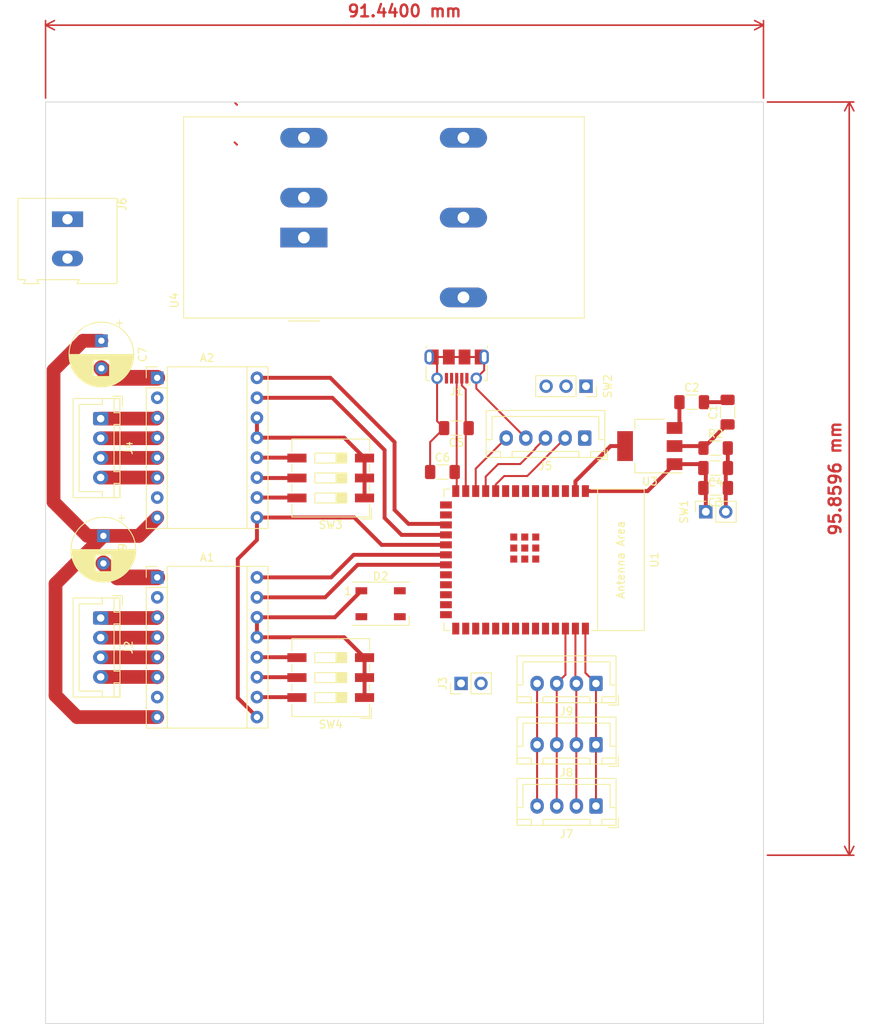
<source format=kicad_pcb>
(kicad_pcb (version 20221018) (generator pcbnew)
  (layers (0 "F.Cu" signal) (31 "B.Cu" signal) (34 "B.Paste" user) (35 "F.Paste" user) (36 "B.SilkS" user "B.Silkscreen") (37 "F.SilkS" user "F.Silkscreen") (38 "B.Mask" user) (39 "F.Mask" user) (44 "Edge.Cuts" user))
  (net 0 "")
  (net 1 "GND")
  (net 3 "Net-(A1-A2)")
  (net 4 "Net-(A1-A1)")
  (net 5 "Net-(A1-B1)")
  (net 6 "Net-(A1-B2)")
  (net 7 "+12V")
  (net 8 "EN")
  (net 9 "Net-(A1-M0)")
  (net 10 "Net-(A1-M1)")
  (net 11 "Net-(A1-M2)")
  (net 12 "5VPower")
  (net 13 "STEP1")
  (net 14 "DIR1")
  (net 16 "Net-(A2-A2)")
  (net 17 "Net-(A2-A1)")
  (net 18 "Net-(A2-B1)")
  (net 19 "Net-(A2-B2)")
  (net 20 "Net-(A2-M0)")
  (net 21 "Net-(A2-M1)")
  (net 22 "Net-(A2-M2)")
  (net 23 "STEP2")
  (net 24 "DIR2")
  (net 25 "+3V3")
  (net 26 "Net-(SW2-B)")
  (net 27 "Net-(SW1-B)")
  (net 28 "esp D-")
  (net 29 "esp D+")
  (net 30 "VBUS")
  (net 31 "-BATT")
  (net 33 "unconnected-(U4-ON{slash}~{OFF}-Pad6)")
  (net 35 "LIDARRX")
  (net 36 "LIDARTX")
  (net 41 "PWMLIDAR")
  (net 46 "/Boot")
  (net 57 "SCL")
  (net 58 "SDA")
  (net 63 "Neopixel")
  (footprint "Connector_JST:JST_XH_B4B-XH-A_1x04_P2.50mm_Vertical" (layer "F.Cu") (at 183.133351 68.3098 -90)
    (fp_text reference "J4" (at 3.75 -3.55 90) (layer "F.SilkS"))
    (fp_text value "Conn_01x04")
    (pad "1" thru_hole roundrect (at 0 0 270) (size 1.7 1.95) (drill 0.95) (layers "*.Cu" "*.Mask") (roundrect_rratio 0.147059) (net 16 "Net-(A2-A2)"))
    (pad "2" thru_hole oval (at 2.5 0 270) (size 1.7 1.95) (drill 0.95) (layers "*.Cu" "*.Mask") (net 17 "Net-(A2-A1)"))
    (pad "3" thru_hole oval (at 5 0 270) (size 1.7 1.95) (drill 0.95) (layers "*.Cu" "*.Mask") (net 18 "Net-(A2-B1)"))
    (pad "4" thru_hole oval (at 7.5 0 270) (size 1.7 1.95) (drill 0.95) (layers "*.Cu" "*.Mask") (net 19 "Net-(A2-B2)"))
  )
  (footprint "LED_SMD:LED_WS2812B_PLCC4_5.0x5.0mm_P3.2mm" (layer "F.Cu") (at 218.7833 91.8718)
    (fp_text reference "D2" (at 0 -3.5) (layer "F.SilkS"))
    (fp_text value "WS2812B")
    (fp_text user "1" (at -4.15 -1.6) (layer "F.SilkS"))
    (pad "1" smd rect (at -2.45 -1.65) (size 1.5 0.9) (layers "F.Cu" "F.Paste" "F.Mask") (net 12 "5VPower"))
    (pad "2" smd rect (at -2.45 1.65) (size 1.5 0.9) (layers "F.Cu" "F.Paste" "F.Mask"))
    (pad "3" smd rect (at 2.45 1.65) (size 1.5 0.9) (layers "F.Cu" "F.Paste" "F.Mask") (net 1 "GND"))
    (pad "4" smd rect (at 2.45 -1.65) (size 1.5 0.9) (layers "F.Cu" "F.Paste" "F.Mask") (net 63 "Neopixel"))
  )
  (footprint "Connector_PinSocket_2.54mm:PinSocket_1x03_P2.54mm_Vertical" (layer "F.Cu") (at 244.9453 64.1858 -90)
    (fp_text reference "SW2" (at 0 -2.77 90) (layer "F.SilkS"))
    (fp_text value "SW_SPDT")
    (pad "1" thru_hole rect (at 0 0 270) (size 1.7 1.7) (drill 1) (layers "*.Cu" "*.Mask") (net 12 "5VPower"))
    (pad "2" thru_hole oval (at 0 2.54 270) (size 1.7 1.7) (drill 1) (layers "*.Cu" "*.Mask") (net 26 "Net-(SW2-B)"))
    (pad "3" thru_hole oval (at 0 5.08 270) (size 1.7 1.7) (drill 1) (layers "*.Cu" "*.Mask") (net 30 "VBUS"))
  )
  (footprint "Capacitor_SMD:C_1206_3216Metric_Pad1.33x1.80mm_HandSolder" (layer "F.Cu") (at 226.6573 75.1078)
    (fp_text reference "C6" (at 0 -1.85) (layer "F.SilkS"))
    (fp_text value "C")
    (pad "1" smd roundrect (at -1.5625 0) (size 1.325 1.8) (layers "F.Cu" "F.Paste" "F.Mask") (roundrect_rratio 0.188679) (net 1 "GND"))
    (pad "2" smd roundrect (at 1.5625 0) (size 1.325 1.8) (layers "F.Cu" "F.Paste" "F.Mask") (roundrect_rratio 0.188679) (net 29 "esp D+"))
  )
  (footprint "Button_Switch_SMD:SW_DIP_SPSTx03_Slide_9.78x9.8mm_W8.61mm_P2.54mm" (layer "F.Cu") (at 212.4333 75.8698 180)
    (fp_text reference "SW3" (at 0 -5.96) (layer "F.SilkS"))
    (fp_text value "SW_DIP_x03")
    (pad "1" smd rect (at -4.305 -2.54 180) (size 2.44 1.12) (layers "F.Cu" "F.Paste" "F.Mask") (net 12 "5VPower"))
    (pad "2" smd rect (at -4.305 0 180) (size 2.44 1.12) (layers "F.Cu" "F.Paste" "F.Mask") (net 12 "5VPower"))
    (pad "3" smd rect (at -4.305 2.54 180) (size 2.44 1.12) (layers "F.Cu" "F.Paste" "F.Mask") (net 12 "5VPower"))
    (pad "4" smd rect (at 4.305 2.54 180) (size 2.44 1.12) (layers "F.Cu" "F.Paste" "F.Mask") (net 22 "Net-(A2-M2)"))
    (pad "5" smd rect (at 4.305 0 180) (size 2.44 1.12) (layers "F.Cu" "F.Paste" "F.Mask") (net 21 "Net-(A2-M1)"))
    (pad "6" smd rect (at 4.305 -2.54 180) (size 2.44 1.12) (layers "F.Cu" "F.Paste" "F.Mask") (net 20 "Net-(A2-M0)"))
  )
  (footprint "Module:Pololu_Breakout-16_15.2x20.3mm" (layer "F.Cu") (at 190.3353 63.119)
    (fp_text reference "A2" (at 6.35 -2.54) (layer "F.SilkS"))
    (fp_text value "Pololu_Breakout_DRV8825")
    (pad "1" thru_hole rect (at 0 0) (size 1.6 1.6) (drill 0.8) (layers "*.Cu" "*.Mask") (net 1 "GND"))
    (pad "2" thru_hole oval (at 0 2.54) (size 1.6 1.6) (drill 0.8) (layers "*.Cu" "*.Mask"))
    (pad "3" thru_hole oval (at 0 5.08) (size 1.6 1.6) (drill 0.8) (layers "*.Cu" "*.Mask") (net 16 "Net-(A2-A2)"))
    (pad "4" thru_hole oval (at 0 7.62) (size 1.6 1.6) (drill 0.8) (layers "*.Cu" "*.Mask") (net 17 "Net-(A2-A1)"))
    (pad "5" thru_hole oval (at 0 10.16) (size 1.6 1.6) (drill 0.8) (layers "*.Cu" "*.Mask") (net 18 "Net-(A2-B1)"))
    (pad "6" thru_hole oval (at 0 12.7) (size 1.6 1.6) (drill 0.8) (layers "*.Cu" "*.Mask") (net 19 "Net-(A2-B2)"))
    (pad "7" thru_hole oval (at 0 15.24) (size 1.6 1.6) (drill 0.8) (layers "*.Cu" "*.Mask") (net 1 "GND"))
    (pad "8" thru_hole oval (at 0 17.78) (size 1.6 1.6) (drill 0.8) (layers "*.Cu" "*.Mask") (net 7 "+12V"))
    (pad "9" thru_hole oval (at 12.7 17.78) (size 1.6 1.6) (drill 0.8) (layers "*.Cu" "*.Mask") (net 8 "EN"))
    (pad "10" thru_hole oval (at 12.7 15.24) (size 1.6 1.6) (drill 0.8) (layers "*.Cu" "*.Mask") (net 20 "Net-(A2-M0)"))
    (pad "11" thru_hole oval (at 12.7 12.7) (size 1.6 1.6) (drill 0.8) (layers "*.Cu" "*.Mask") (net 21 "Net-(A2-M1)"))
    (pad "12" thru_hole oval (at 12.7 10.16) (size 1.6 1.6) (drill 0.8) (layers "*.Cu" "*.Mask") (net 22 "Net-(A2-M2)"))
    (pad "13" thru_hole oval (at 12.7 7.62) (size 1.6 1.6) (drill 0.8) (layers "*.Cu" "*.Mask") (net 12 "5VPower"))
    (pad "14" thru_hole oval (at 12.7 5.08) (size 1.6 1.6) (drill 0.8) (layers "*.Cu" "*.Mask") (net 12 "5VPower"))
    (pad "15" thru_hole oval (at 12.7 2.54) (size 1.6 1.6) (drill 0.8) (layers "*.Cu" "*.Mask") (net 23 "STEP2"))
    (pad "16" thru_hole oval (at 12.7 0) (size 1.6 1.6) (drill 0.8) (layers "*.Cu" "*.Mask") (net 24 "DIR2"))
  )
  (footprint "Resistor_SMD:R_1206_3216Metric_Pad1.30x1.75mm_HandSolder" (layer "F.Cu") (at 261.4553 72.0598)
    (fp_text reference "R2" (at 0 -1.82) (layer "F.SilkS"))
    (fp_text value "R")
    (pad "1" smd roundrect (at -1.55 0) (size 1.3 1.75) (layers "F.Cu" "F.Paste" "F.Mask") (roundrect_rratio 0.192308) (net 25 "+3V3"))
    (pad "2" smd roundrect (at 1.55 0) (size 1.3 1.75) (layers "F.Cu" "F.Paste" "F.Mask") (roundrect_rratio 0.192308) (net 27 "Net-(SW1-B)"))
  )
  (footprint "TerminalBlock:TerminalBlock_Altech_AK300-2_P5.00mm" (layer "F.Cu") (at 178.9053 42.9298 -90)
    (fp_text reference "J6" (at -1.92 -6.99 90) (layer "F.SilkS"))
    (fp_text value "Conn_01x02")
    (pad "1" thru_hole rect (at 0 0 270) (size 1.98 3.96) (drill 1.32) (layers "*.Cu" "*.Mask") (net 31 "-BATT"))
    (pad "2" thru_hole oval (at 5 0 270) (size 1.98 3.96) (drill 1.32) (layers "*.Cu" "*.Mask") (net 7 "+12V"))
  )
  (footprint "Connector_JST:JST_XH_B4B-XH-A_1x04_P2.50mm_Vertical" (layer "F.Cu") (at 246.2153 109.8158 180)
    (fp_text reference "J8" (at 3.75 -3.55) (layer "F.SilkS"))
    (fp_text value "Conn_01x04")
    (pad "1" thru_hole roundrect (at 0 0 180) (size 1.7 1.95) (drill 0.95) (layers "*.Cu" "*.Mask") (roundrect_rratio 0.147059) (net 1 "GND"))
    (pad "2" thru_hole oval (at 2.5 0 180) (size 1.7 1.95) (drill 0.95) (layers "*.Cu" "*.Mask") (net 57 "SCL"))
    (pad "3" thru_hole oval (at 5 0 180) (size 1.7 1.95) (drill 0.95) (layers "*.Cu" "*.Mask") (net 58 "SDA"))
    (pad "4" thru_hole oval (at 7.5 0 180) (size 1.7 1.95) (drill 0.95) (layers "*.Cu" "*.Mask") (net 12 "5VPower"))
  )
  (footprint "Connector_JST:JST_XH_B5B-XH-A_1x05_P2.50mm_Vertical" (layer "F.Cu") (at 244.7853 70.7898 180)
    (fp_text reference "J5" (at 5 -3.55) (layer "F.SilkS"))
    (fp_text value "Conn_01x05")
    (pad "1" thru_hole roundrect (at 0 0 180) (size 1.7 1.95) (drill 0.95) (layers "*.Cu" "*.Mask") (roundrect_rratio 0.147059) (net 12 "5VPower"))
    (pad "2" thru_hole oval (at 2.5 0 180) (size 1.7 1.95) (drill 0.95) (layers "*.Cu" "*.Mask") (net 35 "LIDARRX"))
    (pad "3" thru_hole oval (at 5 0 180) (size 1.7 1.95) (drill 0.95) (layers "*.Cu" "*.Mask") (net 36 "LIDARTX"))
    (pad "4" thru_hole oval (at 7.5 0 180) (size 1.7 1.95) (drill 0.95) (layers "*.Cu" "*.Mask") (net 1 "GND"))
    (pad "5" thru_hole oval (at 10 0 180) (size 1.7 1.95) (drill 0.95) (layers "*.Cu" "*.Mask") (net 41 "PWMLIDAR"))
  )
  (footprint "Connector_USB:USB_Micro-B_Molex-105017-0001" (layer "F.Cu") (at 228.4753 61.7073 180)
    (fp_text reference "J1" (at 0 -3.1125) (layer "F.SilkS"))
    (fp_text value "USB_B_Micro")
    (pad "1" smd rect (at -1.3 -1.4625 180) (size 0.4 1.35) (layers "F.Cu" "F.Paste" "F.Mask") (net 30 "VBUS"))
    (pad "2" smd rect (at -0.65 -1.4625 180) (size 0.4 1.35) (layers "F.Cu" "F.Paste" "F.Mask") (net 28 "esp D-"))
    (pad "3" smd rect (at 0 -1.4625 180) (size 0.4 1.35) (layers "F.Cu" "F.Paste" "F.Mask") (net 29 "esp D+"))
    (pad "4" smd rect (at 0.65 -1.4625 180) (size 0.4 1.35) (layers "F.Cu" "F.Paste" "F.Mask"))
    (pad "5" smd rect (at 1.3 -1.4625 180) (size 0.4 1.35) (layers "F.Cu" "F.Paste" "F.Mask") (net 1 "GND"))
    (pad "6" thru_hole oval (at -3.5 1.2375) (size 1.2 1.9) (drill oval 0.6 1.3) (layers "*.Cu" "*.Mask") (net 1 "GND"))
    (pad "6" smd rect (at -2.9 1.2375 180) (size 1.2 1.9) (layers "F.Cu" "F.Mask") (net 1 "GND"))
    (pad "6" thru_hole circle (at -2.5 -1.4625 180) (size 1.45 1.45) (drill 0.85) (layers "*.Cu" "*.Mask") (net 1 "GND"))
    (pad "6" smd rect (at -1 1.2375 180) (size 1.5 1.9) (layers "F.Cu" "F.Paste" "F.Mask") (net 1 "GND"))
    (pad "6" smd rect (at 1 1.2375 180) (size 1.5 1.9) (layers "F.Cu" "F.Paste" "F.Mask") (net 1 "GND"))
    (pad "6" thru_hole circle (at 2.5 -1.4625 180) (size 1.45 1.45) (drill 0.85) (layers "*.Cu" "*.Mask") (net 1 "GND"))
    (pad "6" smd rect (at 2.9 1.2375 180) (size 1.2 1.9) (layers "F.Cu" "F.Mask") (net 1 "GND"))
    (pad "6" thru_hole oval (at 3.5 1.2375 180) (size 1.2 1.9) (drill oval 0.6 1.3) (layers "*.Cu" "*.Mask") (net 1 "GND"))
  )
  (footprint "Connector_JST:JST_XH_B4B-XH-A_1x04_P2.50mm_Vertical" (layer "F.Cu") (at 246.2153 102.0158 180)
    (fp_text reference "J9" (at 3.75 -3.55) (layer "F.SilkS"))
    (fp_text value "Conn_01x04")
    (pad "1" thru_hole roundrect (at 0 0 180) (size 1.7 1.95) (drill 0.95) (layers "*.Cu" "*.Mask") (roundrect_rratio 0.147059) (net 1 "GND"))
    (pad "2" thru_hole oval (at 2.5 0 180) (size 1.7 1.95) (drill 0.95) (layers "*.Cu" "*.Mask") (net 57 "SCL"))
    (pad "3" thru_hole oval (at 5 0 180) (size 1.7 1.95) (drill 0.95) (layers "*.Cu" "*.Mask") (net 58 "SDA"))
    (pad "4" thru_hole oval (at 7.5 0 180) (size 1.7 1.95) (drill 0.95) (layers "*.Cu" "*.Mask") (net 12 "5VPower"))
  )
  (footprint "Capacitor_SMD:C_1206_3216Metric_Pad1.33x1.80mm_HandSolder" (layer "F.Cu") (at 228.4353 69.5198 180)
    (fp_text reference "C5" (at 0 -1.85) (layer "F.SilkS"))
    (fp_text value "C")
    (pad "1" smd roundrect (at -1.5625 0 180) (size 1.325 1.8) (layers "F.Cu" "F.Paste" "F.Mask") (roundrect_rratio 0.188679) (net 28 "esp D-"))
    (pad "2" smd roundrect (at 1.5625 0 180) (size 1.325 1.8) (layers "F.Cu" "F.Paste" "F.Mask") (roundrect_rratio 0.188679) (net 1 "GND"))
  )
  (footprint "Capacitor_SMD:C_1206_3216Metric_Pad1.33x1.80mm_HandSolder" (layer "F.Cu") (at 262.9793 67.4878 90)
    (fp_text reference "C1" (at 0 -1.85 90) (layer "F.SilkS"))
    (fp_text value "C")
    (pad "1" smd roundrect (at -1.5625 0 90) (size 1.325 1.8) (layers "F.Cu" "F.Paste" "F.Mask") (roundrect_rratio 0.188679) (net 25 "+3V3"))
    (pad "2" smd roundrect (at 1.5625 0 90) (size 1.325 1.8) (layers "F.Cu" "F.Paste" "F.Mask") (roundrect_rratio 0.188679) (net 1 "GND"))
  )
  (footprint "Connector_PinHeader_2.54mm:PinHeader_1x02_P2.54mm_Vertical" (layer "F.Cu") (at 229.0318 102.0064 90)
    (fp_text reference "J3" (at 0 -2.33 90) (layer "F.SilkS"))
    (fp_text value "Conn_01x02")
    (pad "1" thru_hole rect (at 0 0 90) (size 1.7 1.7) (drill 1) (layers "*.Cu" "*.Mask") (net 1 "GND"))
    (pad "2" thru_hole oval (at 0 2.54 90) (size 1.7 1.7) (drill 1) (layers "*.Cu" "*.Mask") (net 46 "/Boot"))
  )
  (footprint "Capacitor_SMD:C_1206_3216Metric_Pad1.33x1.80mm_HandSolder" (layer "F.Cu") (at 261.4553 74.5998 180)
    (fp_text reference "C4" (at 0 -1.85) (layer "F.SilkS"))
    (fp_text value "C")
    (pad "1" smd roundrect (at -1.5625 0 180) (size 1.325 1.8) (layers "F.Cu" "F.Paste" "F.Mask") (roundrect_rratio 0.188679) (net 27 "Net-(SW1-B)"))
    (pad "2" smd roundrect (at 1.5625 0 180) (size 1.325 1.8) (layers "F.Cu" "F.Paste" "F.Mask") (roundrect_rratio 0.188679) (net 1 "GND"))
  )
  (footprint "Package_TO_SOT_SMD:SOT-223-3_TabPin2" (layer "F.Cu") (at 253.0733 71.8058 180)
    (fp_text reference "U3" (at 0 -4.5) (layer "F.SilkS"))
    (fp_text value "LM1117MP-3.3")
    (pad "1" smd rect (at -3.15 -2.3 180) (size 2 1.5) (layers "F.Cu" "F.Paste" "F.Mask") (net 1 "GND"))
    (pad "2" smd rect (at -3.15 0 180) (size 2 1.5) (layers "F.Cu" "F.Paste" "F.Mask") (net 25 "+3V3"))
    (pad "2" smd rect (at 3.15 0 180) (size 2 3.8) (layers "F.Cu" "F.Paste" "F.Mask") (net 25 "+3V3"))
    (pad "3" smd rect (at -3.15 2.3 180) (size 2 1.5) (layers "F.Cu" "F.Paste" "F.Mask") (net 26 "Net-(SW2-B)"))
  )
  (footprint "Connector_JST:JST_XH_B4B-XH-A_1x04_P2.50mm_Vertical" (layer "F.Cu") (at 246.2153 117.6158 180)
    (fp_text reference "J7" (at 3.75 -3.55) (layer "F.SilkS"))
    (fp_text value "Conn_01x04")
    (pad "1" thru_hole roundrect (at 0 0 180) (size 1.7 1.95) (drill 0.95) (layers "*.Cu" "*.Mask") (roundrect_rratio 0.147059) (net 1 "GND"))
    (pad "2" thru_hole oval (at 2.5 0 180) (size 1.7 1.95) (drill 0.95) (layers "*.Cu" "*.Mask") (net 57 "SCL"))
    (pad "3" thru_hole oval (at 5 0 180) (size 1.7 1.95) (drill 0.95) (layers "*.Cu" "*.Mask") (net 58 "SDA"))
    (pad "4" thru_hole oval (at 7.5 0 180) (size 1.7 1.95) (drill 0.95) (layers "*.Cu" "*.Mask") (net 12 "5VPower"))
  )
  (footprint "Converter_DCDC:Converter_DCDC_TRACO_TEN20-xxxx_THT" (layer "F.Cu") (at 209.0151 45.2673 90)
    (fp_text reference "U4" (at -8 -16.5 90) (layer "F.SilkS"))
    (fp_text value "TEN20-2411WIN")
    (pad "1" thru_hole rect (at 0 0 180) (size 6 2.5) (drill 1.5) (layers "*.Cu" "*.Mask") (net 7 "+12V"))
    (pad "2" thru_hole oval (at 5.08 0 180) (size 6 2.5) (drill 1.5) (layers "*.Cu" "*.Mask") (net 31 "-BATT"))
    (pad "3" thru_hole oval (at -7.62 20.32 180) (size 6 2.5) (drill 1.5) (layers "*.Cu" "*.Mask") (net 12 "5VPower"))
    (pad "4" thru_hole oval (at 2.54 20.32 180) (size 6 2.5) (drill 1.5) (layers "*.Cu" "*.Mask"))
    (pad "5" thru_hole oval (at 12.7 20.32 180) (size 6 2.5) (drill 1.5) (layers "*.Cu" "*.Mask") (net 1 "GND"))
    (pad "6" thru_hole oval (at 12.7 0 180) (size 6 2.5) (drill 1.5) (layers "*.Cu" "*.Mask") (net 33 "unconnected-(U4-ON{slash}~{OFF}-Pad6)"))
  )
  (footprint "Capacitor_SMD:C_1206_3216Metric_Pad1.33x1.80mm_HandSolder" (layer "F.Cu") (at 258.4073 66.2178)
    (fp_text reference "C2" (at 0 -1.85) (layer "F.SilkS"))
    (fp_text value "C")
    (pad "1" smd roundrect (at -1.5625 0) (size 1.325 1.8) (layers "F.Cu" "F.Paste" "F.Mask") (roundrect_rratio 0.188679) (net 26 "Net-(SW2-B)"))
    (pad "2" smd roundrect (at 1.5625 0) (size 1.325 1.8) (layers "F.Cu" "F.Paste" "F.Mask") (roundrect_rratio 0.188679) (net 1 "GND"))
  )
  (footprint "Capacitor_SMD:C_1206_3216Metric_Pad1.33x1.80mm_HandSolder" (layer "F.Cu") (at 261.4553 77.1398 180)
    (fp_text reference "C3" (at 0 -1.85) (layer "F.SilkS"))
    (fp_text value "C")
    (pad "1" smd roundrect (at -1.5625 0 180) (size 1.325 1.8) (layers "F.Cu" "F.Paste" "F.Mask") (roundrect_rratio 0.188679) (net 27 "Net-(SW1-B)"))
    (pad "2" smd roundrect (at 1.5625 0 180) (size 1.325 1.8) (layers "F.Cu" "F.Paste" "F.Mask") (roundrect_rratio 0.188679) (net 1 "GND"))
  )
  (footprint "Capacitor_THT:CP_Radial_D8.0mm_P3.50mm" (layer "F.Cu") (at 183.4773 83.2358 -90)
    (fp_text reference "C9" (at 1.88 -2.45 90) (layer "F.SilkS"))
    (fp_text value "C_Polarized")
    (pad "1" thru_hole rect (at 0 0 270) (size 1.6 1.6) (drill 0.8) (layers "*.Cu" "*.Mask") (net 7 "+12V"))
    (pad "2" thru_hole circle (at 3.5 0 270) (size 1.6 1.6) (drill 0.8) (layers "*.Cu" "*.Mask") (net 1 "GND"))
  )
  (footprint "Module:Pololu_Breakout-16_15.2x20.3mm" (layer "F.Cu") (at 190.3353 88.519)
    (fp_text reference "A1" (at 6.35 -2.54) (layer "F.SilkS"))
    (fp_text value "Pololu_Breakout_DRV8825")
    (pad "1" thru_hole rect (at 0 0) (size 1.6 1.6) (drill 0.8) (layers "*.Cu" "*.Mask") (net 1 "GND"))
    (pad "2" thru_hole oval (at 0 2.54) (size 1.6 1.6) (drill 0.8) (layers "*.Cu" "*.Mask"))
    (pad "3" thru_hole oval (at 0 5.08) (size 1.6 1.6) (drill 0.8) (layers "*.Cu" "*.Mask") (net 3 "Net-(A1-A2)"))
    (pad "4" thru_hole oval (at 0 7.62) (size 1.6 1.6) (drill 0.8) (layers "*.Cu" "*.Mask") (net 4 "Net-(A1-A1)"))
    (pad "5" thru_hole oval (at 0 10.16) (size 1.6 1.6) (drill 0.8) (layers "*.Cu" "*.Mask") (net 5 "Net-(A1-B1)"))
    (pad "6" thru_hole oval (at 0 12.7) (size 1.6 1.6) (drill 0.8) (layers "*.Cu" "*.Mask") (net 6 "Net-(A1-B2)"))
    (pad "7" thru_hole oval (at 0 15.24) (size 1.6 1.6) (drill 0.8) (layers "*.Cu" "*.Mask") (net 1 "GND"))
    (pad "8" thru_hole oval (at 0 17.78) (size 1.6 1.6) (drill 0.8) (layers "*.Cu" "*.Mask") (net 7 "+12V"))
    (pad "9" thru_hole oval (at 12.7 17.78) (size 1.6 1.6) (drill 0.8) (layers "*.Cu" "*.Mask") (net 8 "EN"))
    (pad "10" thru_hole oval (at 12.7 15.24) (size 1.6 1.6) (drill 0.8) (layers "*.Cu" "*.Mask") (net 9 "Net-(A1-M0)"))
    (pad "11" thru_hole oval (at 12.7 12.7) (size 1.6 1.6) (drill 0.8) (layers "*.Cu" "*.Mask") (net 10 "Net-(A1-M1)"))
    (pad "12" thru_hole oval (at 12.7 10.16) (size 1.6 1.6) (drill 0.8) (layers "*.Cu" "*.Mask") (net 11 "Net-(A1-M2)"))
    (pad "13" thru_hole oval (at 12.7 7.62) (size 1.6 1.6) (drill 0.8) (layers "*.Cu" "*.Mask") (net 12 "5VPower"))
    (pad "14" thru_hole oval (at 12.7 5.08) (size 1.6 1.6) (drill 0.8) (layers "*.Cu" "*.Mask") (net 12 "5VPower"))
    (pad "15" thru_hole oval (at 12.7 2.54) (size 1.6 1.6) (drill 0.8) (layers "*.Cu" "*.Mask") (net 13 "STEP1"))
    (pad "16" thru_hole oval (at 12.7 0) (size 1.6 1.6) (drill 0.8) (layers "*.Cu" "*.Mask") (net 14 "DIR1"))
  )
  (footprint "Capacitor_THT:CP_Radial_D8.0mm_P3.50mm" (layer "F.Cu") (at 183.2233 58.3998 -90)
    (fp_text reference "C7" (at 1.75 -5.25 90) (layer "F.SilkS"))
    (fp_text value "C_Polarized")
    (pad "1" thru_hole rect (at 0 0 270) (size 1.6 1.6) (drill 0.8) (layers "*.Cu" "*.Mask") (net 7 "+12V"))
    (pad "2" thru_hole circle (at 3.5 0 270) (size 1.6 1.6) (drill 0.8) (layers "*.Cu" "*.Mask") (net 1 "GND"))
  )
  (footprint "Connector_JST:JST_XH_B4B-XH-A_1x04_P2.50mm_Vertical" (layer "F.Cu") (at 183.133351 93.6898 -90)
    (fp_text reference "J2" (at 3.75 -3.55 90) (layer "F.SilkS"))
    (fp_text value "Conn_01x04")
    (pad "1" thru_hole roundrect (at 0 0 270) (size 1.7 1.95) (drill 0.95) (layers "*.Cu" "*.Mask") (roundrect_rratio 0.147059) (net 3 "Net-(A1-A2)"))
    (pad "2" thru_hole oval (at 2.5 0 270) (size 1.7 1.95) (drill 0.95) (layers "*.Cu" "*.Mask") (net 4 "Net-(A1-A1)"))
    (pad "3" thru_hole oval (at 5 0 270) (size 1.7 1.95) (drill 0.95) (layers "*.Cu" "*.Mask") (net 5 "Net-(A1-B1)"))
    (pad "4" thru_hole oval (at 7.5 0 270) (size 1.7 1.95) (drill 0.95) (layers "*.Cu" "*.Mask") (net 6 "Net-(A1-B2)"))
  )
  (footprint "ESP32:ESP32-S3-WROOM-1" (layer "F.Cu") (at 236.6073 86.2838 -90)
    (fp_text reference "U1" (at 0 -17.05 90) (layer "F.SilkS"))
    (fp_text value "ESP32-S3-WROOM-1")
    (fp_text user "Antenna Area" (at 0 -12.75 90) (layer "F.SilkS"))
    (pad "1" smd rect (at -8.75 -8.26 270) (size 1.5 0.9) (layers "F.Cu" "F.Paste" "F.Mask") (net 1 "GND"))
    (pad "2" smd rect (at -8.75 -6.99 270) (size 1.5 0.9) (layers "F.Cu" "F.Paste" "F.Mask") (net 25 "+3V3"))
    (pad "3" smd rect (at -8.75 -5.72 270) (size 1.5 0.9) (layers "F.Cu" "F.Paste" "F.Mask") (net 27 "Net-(SW1-B)"))
    (pad "4" smd rect (at -8.75 -4.45 270) (size 1.5 0.9) (layers "F.Cu" "F.Paste" "F.Mask"))
    (pad "5" smd rect (at -8.75 -3.18 270) (size 1.5 0.9) (layers "F.Cu" "F.Paste" "F.Mask"))
    (pad "6" smd rect (at -8.75 -1.91 270) (size 1.5 0.9) (layers "F.Cu" "F.Paste" "F.Mask"))
    (pad "7" smd rect (at -8.75 -0.64 270) (size 1.5 0.9) (layers "F.Cu" "F.Paste" "F.Mask"))
    (pad "8" smd rect (at -8.75 0.63 270) (size 1.5 0.9) (layers "F.Cu" "F.Paste" "F.Mask"))
    (pad "9" smd rect (at -8.75 1.9 270) (size 1.5 0.9) (layers "F.Cu" "F.Paste" "F.Mask"))
    (pad "10" smd rect (at -8.75 3.17 270) (size 1.5 0.9) (layers "F.Cu" "F.Paste" "F.Mask") (net 35 "LIDARRX"))
    (pad "11" smd rect (at -8.75 4.44 270) (size 1.5 0.9) (layers "F.Cu" "F.Paste" "F.Mask") (net 36 "LIDARTX"))
    (pad "12" smd rect (at -8.75 5.71 270) (size 1.5 0.9) (layers "F.Cu" "F.Paste" "F.Mask") (net 41 "PWMLIDAR"))
    (pad "13" smd rect (at -8.75 6.98 270) (size 1.5 0.9) (layers "F.Cu" "F.Paste" "F.Mask") (net 28 "esp D-"))
    (pad "14" smd rect (at -8.75 8.25 270) (size 1.5 0.9) (layers "F.Cu" "F.Paste" "F.Mask") (net 29 "esp D+"))
    (pad "15" smd rect (at -6.985 9.5) (size 1.5 0.9) (layers "F.Cu" "F.Paste" "F.Mask"))
    (pad "16" smd rect (at -5.715 9.5) (size 1.5 0.9) (layers "F.Cu" "F.Paste" "F.Mask"))
    (pad "17" smd rect (at -4.445 9.5) (size 1.5 0.9) (layers "F.Cu" "F.Paste" "F.Mask") (net 24 "DIR2"))
    (pad "18" smd rect (at -3.175 9.5) (size 1.5 0.9) (layers "F.Cu" "F.Paste" "F.Mask") (net 23 "STEP2"))
    (pad "19" smd rect (at -1.905 9.5) (size 1.5 0.9) (layers "F.Cu" "F.Paste" "F.Mask") (net 8 "EN"))
    (pad "20" smd rect (at -0.635 9.5) (size 1.5 0.9) (layers "F.Cu" "F.Paste" "F.Mask") (net 14 "DIR1"))
    (pad "21" smd rect (at 0.635 9.5) (size 1.5 0.9) (layers "F.Cu" "F.Paste" "F.Mask") (net 13 "STEP1"))
    (pad "22" smd rect (at 1.905 9.5) (size 1.5 0.9) (layers "F.Cu" "F.Paste" "F.Mask") (net 63 "Neopixel"))
    (pad "23" smd rect (at 3.175 9.5) (size 1.5 0.9) (layers "F.Cu" "F.Paste" "F.Mask"))
    (pad "24" smd rect (at 4.445 9.5) (size 1.5 0.9) (layers "F.Cu" "F.Paste" "F.Mask"))
    (pad "25" smd rect (at 5.715 9.5) (size 1.5 0.9) (layers "F.Cu" "F.Paste" "F.Mask"))
    (pad "26" smd rect (at 6.985 9.5) (size 1.5 0.9) (layers "F.Cu" "F.Paste" "F.Mask"))
    (pad "27" smd rect (at 8.75 8.25 90) (size 1.5 0.9) (layers "F.Cu" "F.Paste" "F.Mask") (net 46 "/Boot"))
    (pad "28" smd rect (at 8.75 6.98 90) (size 1.5 0.9) (layers "F.Cu" "F.Paste" "F.Mask"))
    (pad "29" smd rect (at 8.75 5.71 90) (size 1.5 0.9) (layers "F.Cu" "F.Paste" "F.Mask"))
    (pad "30" smd rect (at 8.75 4.44 90) (size 1.5 0.9) (layers "F.Cu" "F.Paste" "F.Mask"))
    (pad "31" smd rect (at 8.75 3.17 90) (size 1.5 0.9) (layers "F.Cu" "F.Paste" "F.Mask"))
    (pad "32" smd rect (at 8.75 1.9 90) (size 1.5 0.9) (layers "F.Cu" "F.Paste" "F.Mask"))
    (pad "33" smd rect (at 8.75 0.63 90) (size 1.5 0.9) (layers "F.Cu" "F.Paste" "F.Mask"))
    (pad "34" smd rect (at 8.75 -0.64 90) (size 1.5 0.9) (layers "F.Cu" "F.Paste" "F.Mask"))
    (pad "35" smd rect (at 8.75 -1.91 90) (size 1.5 0.9) (layers "F.Cu" "F.Paste" "F.Mask"))
    (pad "36" smd rect (at 8.75 -3.18 90) (size 1.5 0.9) (layers "F.Cu" "F.Paste" "F.Mask"))
    (pad "37" smd rect (at 8.75 -4.45 90) (size 1.5 0.9) (layers "F.Cu" "F.Paste" "F.Mask"))
    (pad "38" smd rect (at 8.75 -5.72 90) (size 1.5 0.9) (layers "F.Cu" "F.Paste" "F.Mask") (net 58 "SDA"))
    (pad "39" smd rect (at 8.75 -6.99 90) (size 1.5 0.9) (layers "F.Cu" "F.Paste" "F.Mask") (net 57 "SCL"))
    (pad "40" smd rect (at 8.75 -8.26 90) (size 1.5 0.9) (layers "F.Cu" "F.Paste" "F.Mask") (net 1 "GND"))
    (pad "41" smd rect (at -2.9 -1.94 90) (size 0.9 0.9) (layers "F.Cu" "F.Paste" "F.Mask") (net 1 "GND"))
    (pad "41" smd rect (at -2.9 -0.54 90) (size 0.9 0.9) (layers "F.Cu" "F.Paste" "F.Mask") (net 1 "GND"))
    (pad "41" smd rect (at -2.9 0.86 90) (size 0.9 0.9) (layers "F.Cu" "F.Paste" "F.Mask") (net 1 "GND"))
    (pad "41" smd rect (at -1.5 -1.94 90) (size 0.9 0.9) (layers "F.Cu" "F.Paste" "F.Mask") (net 1 "GND"))
    (pad "41" smd rect (at -1.5 -0.54 90) (size 0.9 0.9) (layers "F.Cu" "F.Paste" "F.Mask") (net 1 "GND"))
    (pad "41" smd rect (at -1.5 0.86 90) (size 0.9 0.9) (layers "F.Cu" "F.Paste" "F.Mask") (net 1 "GND"))
    (pad "41" smd rect (at -0.1 -1.94 90) (size 0.9 0.9) (layers "F.Cu" "F.Paste" "F.Mask") (net 1 "GND"))
    (pad "41" smd rect (at -0.1 -0.54 90) (size 0.9 0.9) (layers "F.Cu" "F.Paste" "F.Mask") (net 1 "GND"))
    (pad "41" smd rect (at -0.1 0.86 90) (size 0.9 0.9) (layers "F.Cu" "F.Paste" "F.Mask") (net 1 "GND"))
  )
  (footprint "Button_Switch_SMD:SW_DIP_SPSTx03_Slide_9.78x9.8mm_W8.61mm_P2.54mm" (layer "F.Cu") (at 212.4333 101.2698 180)
    (fp_text reference "SW4" (at 0 -5.96) (layer "F.SilkS"))
    (fp_text value "SW_DIP_x03")
    (pad "1" smd rect (at -4.305 -2.54 180) (size 2.44 1.12) (layers "F.Cu" "F.Paste" "F.Mask") (net 12 "5VPower"))
    (pad "2" smd rect (at -4.305 0 180) (size 2.44 1.12) (layers "F.Cu" "F.Paste" "F.Mask") (net 12 "5VPower"))
    (pad "3" smd rect (at -4.305 2.54 180) (size 2.44 1.12) (layers "F.Cu" "F.Paste" "F.Mask") (net 12 "5VPower"))
    (pad "4" smd rect (at 4.305 2.54 180) (size 2.44 1.12) (layers "F.Cu" "F.Paste" "F.Mask") (net 11 "Net-(A1-M2)"))
    (pad "5" smd rect (at 4.305 0 180) (size 2.44 1.12) (layers "F.Cu" "F.Paste" "F.Mask") (net 10 "Net-(A1-M1)"))
    (pad "6" smd rect (at 4.305 -2.54 180) (size 2.44 1.12) (layers "F.Cu" "F.Paste" "F.Mask") (net 9 "Net-(A1-M0)"))
  )
  (footprint "Connector_PinSocket_2.54mm:PinSocket_1x02_P2.54mm_Vertical" (layer "F.Cu") (at 260.2053 80.1628 90)
    (fp_text reference "SW1" (at 0 -2.77 90) (layer "F.SilkS"))
    (fp_text value "SW_SPST")
    (pad "1" thru_hole rect (at 0 0 90) (size 1.7 1.7) (drill 1) (layers "*.Cu" "*.Mask") (net 1 "GND"))
    (pad "2" thru_hole oval (at 0 2.54 90) (size 1.7 1.7) (drill 1) (layers "*.Cu" "*.Mask") (net 27 "Net-(SW1-B)"))
  )
  (gr_rect (start 176.1113 28.0162) (end 267.5513 145.3134) (stroke (width 0.1)) (fill none) (layer "Edge.Cuts"))
  (dimension (type aligned) (layer "F.Cu") (pts (xy 267.5513 123.8758) (xy 267.5513 28.0162)) (height 10.922) (gr_text "95,8596 mm" (at 276.6733 75.946 90) (layer "F.Cu") (effects (font (size 1.5 1.5) (thickness 0.3)))) (format (prefix "") (suffix "") (units 3) (units_format 1) (precision 4)) (style (thickness 0.2) (arrow_length 1.27) (text_position_mode 0) (extension_height 0.58642) (extension_offset 0.5) keep_text_aligned))
  (dimension (type aligned) (layer "F.Cu") (pts (xy 267.5513 28.0162) (xy 176.1113 28.0162)) (height 9.778999) (gr_text "91,4400 mm" (at 221.8313 16.437201) (layer "F.Cu") (effects (font (size 1.5 1.5) (thickness 0.3)))) (format (prefix "") (suffix "") (units 3) (units_format 1) (precision 4)) (style (thickness 0.2) (arrow_length 1.27) (text_position_mode 0) (extension_height 0.58642) (extension_offset 0.5) keep_text_aligned))
  (segment (start 230.9753 64.4798) (end 237.2853 70.7898) (width 0.25) (layer "F.Cu") (net 1))
  (segment (start 230.9753 63.1698) (end 230.9753 64.4798) (width 0.25) (layer "F.Cu") (net 1))
  (segment (start 190.3353 63.119) (end 184.4425 63.119) (width 2) (layer "F.Cu") (net 1))
  (segment (start 252.7953 77.5338) (end 256.2233 74.1058) (width 0.5) (layer "F.Cu") (net 1))
  (segment (start 225.9753 63.1698) (end 225.9753 61.4698) (width 0.25) (layer "F.Cu") (net 1))
  (segment (start 184.4425 63.119) (end 183.2233 61.8998) (width 2) (layer "F.Cu") (net 1))
  (segment (start 244.8673 100.6678) (end 246.2153 102.0158) (width 0.25) (layer "F.Cu") (net 1))
  (segment (start 256.2233 74.1058) (end 259.3988 74.1058) (width 0.5) (layer "F.Cu") (net 1))
  (segment (start 259.3988 74.1058) (end 259.8928 74.5998) (width 0.5) (layer "F.Cu") (net 1))
  (segment (start 225.9753 68.6223) (end 226.8728 69.5198) (width 0.25) (layer "F.Cu") (net 1))
  (segment (start 226.8728 69.5198) (end 225.0948 71.2978) (width 0.25) (layer "F.Cu") (net 1))
  (segment (start 225.9753 63.1698) (end 225.9753 68.6223) (width 0.25) (layer "F.Cu") (net 1))
  (segment (start 246.2153 102.0158) (end 246.2153 109.8158) (width 0.25) (layer "F.Cu") (net 1))
  (segment (start 260.2053 74.9123) (end 260.2053 80.1628) (width 0.5) (layer "F.Cu") (net 1))
  (segment (start 262.6868 66.2178) (end 262.9793 65.9253) (width 0.5) (layer "F.Cu") (net 1))
  (segment (start 231.9753 62.1698) (end 230.9753 63.1698) (width 0.25) (layer "F.Cu") (net 1))
  (segment (start 224.9753 60.4698) (end 231.9753 60.4698) (width 0.25) (layer "F.Cu") (net 1))
  (segment (start 246.2153 109.8158) (end 246.2153 117.6158) (width 0.25) (layer "F.Cu") (net 1))
  (segment (start 185.2605 88.519) (end 183.4773 86.7358) (width 2) (layer "F.Cu") (net 1))
  (segment (start 231.9753 60.4698) (end 231.9753 62.1698) (width 0.25) (layer "F.Cu") (net 1))
  (segment (start 259.9698 66.2178) (end 262.6868 66.2178) (width 0.5) (layer "F.Cu") (net 1))
  (segment (start 259.8928 74.5998) (end 260.2053 74.9123) (width 0.5) (layer "F.Cu") (net 1))
  (segment (start 225.0948 71.2978) (end 225.0948 75.1078) (width 0.25) (layer "F.Cu") (net 1))
  (segment (start 190.3353 88.519) (end 185.2605 88.519) (width 2) (layer "F.Cu") (net 1))
  (segment (start 244.8673 77.5338) (end 252.7953 77.5338) (width 0.5) (layer "F.Cu") (net 1))
  (segment (start 225.9753 61.4698) (end 224.9753 60.4698) (width 0.25) (layer "F.Cu") (net 1))
  (segment (start 244.8673 95.0338) (end 244.8673 100.6678) (width 0.25) (layer "F.Cu") (net 1))
  (segment (start 190.2445 93.6898) (end 190.3353 93.599) (width 1.75) (layer "F.Cu") (net 3))
  (segment (start 183.133351 93.6898) (end 190.2445 93.6898) (width 1.75) (layer "F.Cu") (net 3))
  (segment (start 183.133351 96.1898) (end 190.2845 96.1898) (width 1.75) (layer "F.Cu") (net 4))
  (segment (start 190.2845 96.1898) (end 190.3353 96.139) (width 1.75) (layer "F.Cu") (net 4))
  (segment (start 190.3245 98.6898) (end 190.3353 98.679) (width 1.75) (layer "F.Cu") (net 5))
  (segment (start 183.133351 98.6898) (end 190.3245 98.6898) (width 1.75) (layer "F.Cu") (net 5))
  (segment (start 190.3061 101.1898) (end 190.3353 101.219) (width 1.75) (layer "F.Cu") (net 6))
  (segment (start 183.133351 101.1898) (end 190.3061 101.1898) (width 1.75) (layer "F.Cu") (net 6))
  (segment (start 180.1245 106.299) (end 190.3353 106.299) (width 1.75) (layer "F.Cu") (net 7))
  (segment (start 183.4773 83.2358) (end 177.3813 89.3318) (width 1.75) (layer "F.Cu") (net 7))
  (segment (start 177.1273 62.1538) (end 177.1273 78.9178) (width 1.75) (layer "F.Cu") (net 7))
  (segment (start 180.8813 58.3998) (end 177.1273 62.1538) (width 1.75) (layer "F.Cu") (net 7))
  (segment (start 187.9985 83.2358) (end 190.3353 80.899) (width 1.75) (layer "F.Cu") (net 7))
  (segment (start 177.3813 89.3318) (end 177.3813 103.5558) (width 1.75) (layer "F.Cu") (net 7))
  (segment (start 183.4773 83.2358) (end 187.9985 83.2358) (width 1.75) (layer "F.Cu") (net 7))
  (segment (start 183.2233 58.3998) (end 180.8813 58.3998) (width 1.75) (layer "F.Cu") (net 7))
  (segment (start 181.4453 83.2358) (end 183.4773 83.2358) (width 1.75) (layer "F.Cu") (net 7))
  (segment (start 177.3813 103.5558) (end 180.1245 106.299) (width 1.75) (layer "F.Cu") (net 7))
  (segment (start 177.1273 78.9178) (end 181.4453 83.2358) (width 1.75) (layer "F.Cu") (net 7))
  (segment (start 200.5969 86.1822) (end 200.5969 103.8606) (width 0.5) (layer "F.Cu") (net 8))
  (segment (start 203.0353 80.899) (end 215.4305 80.899) (width 0.5) (layer "F.Cu") (net 8))
  (segment (start 203.0353 83.7438) (end 200.5969 86.1822) (width 0.5) (layer "F.Cu") (net 8))
  (segment (start 203.0353 80.899) (end 203.0353 83.7438) (width 0.5) (layer "F.Cu") (net 8))
  (segment (start 218.9103 84.3788) (end 227.1073 84.3788) (width 0.5) (layer "F.Cu") (net 8))
  (segment (start 215.4305 80.899) (end 218.9103 84.3788) (width 0.5) (layer "F.Cu") (net 8))
  (segment (start 200.5969 103.8606) (end 203.0353 106.299) (width 0.5) (layer "F.Cu") (net 8))
  (segment (start 208.0775 103.759) (end 208.1283 103.8098) (width 0.5) (layer "F.Cu") (net 9))
  (segment (start 203.0353 103.759) (end 208.0775 103.759) (width 0.5) (layer "F.Cu") (net 9))
  (segment (start 203.0353 101.219) (end 208.0775 101.219) (width 0.5) (layer "F.Cu") (net 10))
  (segment (start 208.0775 101.219) (end 208.1283 101.2698) (width 0.5) (layer "F.Cu") (net 10))
  (segment (start 208.0775 98.679) (end 208.1283 98.7298) (width 0.5) (layer "F.Cu") (net 11))
  (segment (start 203.0353 98.679) (end 208.0775 98.679) (width 0.5) (layer "F.Cu") (net 11))
  (segment (start 203.0353 70.739) (end 214.1475 70.739) (width 0.5) (layer "F.Cu") (net 12))
  (segment (start 216.7383 98.7298) (end 214.1475 96.139) (width 0.5) (layer "F.Cu") (net 12))
  (segment (start 214.1475 96.139) (end 203.0353 96.139) (width 0.5) (layer "F.Cu") (net 12))
  (segment (start 203.0353 93.599) (end 203.0353 96.139) (width 0.5) (layer "F.Cu") (net 12))
  (segment (start 238.3133 101.6138) (end 238.7153 102.0158) (width 0.5) (layer "F.Cu") (net 12))
  (segment (start 203.0353 93.599) (end 212.9561 93.599) (width 0.5) (layer "F.Cu") (net 12))
  (segment (start 216.7383 103.8098) (end 216.7383 98.7298) (width 0.5) (layer "F.Cu") (net 12))
  (segment (start 214.1475 70.739) (end 216.7383 73.3298) (width 0.5) (layer "F.Cu") (net 12))
  (segment (start 216.7383 73.3298) (end 216.7383 78.4098) (width 0.5) (layer "F.Cu") (net 12))
  (segment (start 238.7153 102.0158) (end 238.7153 109.8158) (width 0.25) (layer "F.Cu") (net 12))
  (segment (start 212.9561 93.599) (end 216.3333 90.2218) (width 0.5) (layer "F.Cu") (net 12))
  (segment (start 238.7153 109.8158) (end 238.7153 117.6158) (width 0.25) (layer "F.Cu") (net 12))
  (segment (start 244.7853 70.7898) (end 245.4533 70.1218) (width 0.25) (layer "F.Cu") (net 12))
  (segment (start 203.0353 70.739) (end 203.0353 68.199) (width 0.5) (layer "F.Cu") (net 12))
  (segment (start 211.7221 91.059) (end 215.8623 86.9188) (width 0.5) (layer "F.Cu") (net 13))
  (segment (start 203.0353 91.059) (end 211.7221 91.059) (width 0.5) (layer "F.Cu") (net 13))
  (segment (start 215.8623 86.9188) (end 227.1073 86.9188) (width 0.5) (layer "F.Cu") (net 13))
  (segment (start 212.4841 88.519) (end 215.3543 85.6488) (width 0.5) (layer "F.Cu") (net 14))
  (segment (start 203.0353 88.519) (end 212.4841 88.519) (width 0.5) (layer "F.Cu") (net 14))
  (segment (start 215.3543 85.6488) (end 227.1073 85.6488) (width 0.5) (layer "F.Cu") (net 14))
  (segment (start 190.2245 68.3098) (end 190.3353 68.199) (width 1.75) (layer "F.Cu") (net 16))
  (segment (start 183.133351 68.3098) (end 190.2245 68.3098) (width 1.75) (layer "F.Cu") (net 16))
  (segment (start 183.133351 70.8098) (end 190.2645 70.8098) (width 1.75) (layer "F.Cu") (net 17))
  (segment (start 190.2645 70.8098) (end 190.3353 70.739) (width 1.75) (layer "F.Cu") (net 17))
  (segment (start 190.3045 73.3098) (end 190.3353 73.279) (width 1.75) (layer "F.Cu") (net 18))
  (segment (start 183.133351 73.3098) (end 190.3045 73.3098) (width 1.75) (layer "F.Cu") (net 18))
  (segment (start 183.133351 75.8098) (end 190.3261 75.8098) (width 1.75) (layer "F.Cu") (net 19))
  (segment (start 190.3261 75.8098) (end 190.3353 75.819) (width 1.75) (layer "F.Cu") (net 19))
  (segment (start 203.0353 78.359) (end 208.0775 78.359) (width 0.5) (layer "F.Cu") (net 20))
  (segment (start 208.0775 78.359) (end 208.1283 78.4098) (width 0.5) (layer "F.Cu") (net 20))
  (segment (start 208.1283 75.8698) (end 203.0861 75.8698) (width 0.5) (layer "F.Cu") (net 21))
  (segment (start 203.0861 75.8698) (end 203.0353 75.819) (width 0.5) (layer "F.Cu") (net 21))
  (segment (start 203.0353 73.279) (end 208.0775 73.279) (width 0.5) (layer "F.Cu") (net 22))
  (segment (start 208.0775 73.279) (end 208.1283 73.3298) (width 0.5) (layer "F.Cu") (net 22))
  (segment (start 221.4503 83.1088) (end 227.1073 83.1088) (width 0.5) (layer "F.Cu") (net 23))
  (segment (start 203.0353 65.659) (end 212.6365 65.659) (width 0.5) (layer "F.Cu") (net 23))
  (segment (start 219.2913 72.3138) (end 219.2913 80.9498) (width 0.5) (layer "F.Cu") (net 23))
  (segment (start 212.6365 65.659) (end 219.2913 72.3138) (width 0.5) (layer "F.Cu") (net 23))
  (segment (start 219.2913 80.9498) (end 221.4503 83.1088) (width 0.5) (layer "F.Cu") (net 23))
  (segment (start 222.3393 81.7118) (end 220.5613 79.9338) (width 0.5) (layer "F.Cu") (net 24))
  (segment (start 227.1073 81.8388) (end 226.9803 81.7118) (width 0.5) (layer "F.Cu") (net 24))
  (segment (start 220.5613 71.2978) (end 212.3825 63.119) (width 0.5) (layer "F.Cu") (net 24))
  (segment (start 226.9803 81.7118) (end 222.3393 81.7118) (width 0.5) (layer "F.Cu") (net 24))
  (segment (start 220.5613 79.9338) (end 220.5613 71.2978) (width 0.5) (layer "F.Cu") (net 24))
  (segment (start 212.3825 63.119) (end 203.0353 63.119) (width 0.5) (layer "F.Cu") (net 24))
  (segment (start 243.5973 77.5338) (end 243.5973 76.2838) (width 0.5) (layer "F.Cu") (net 25))
  (segment (start 256.2233 71.8058) (end 259.6513 71.8058) (width 0.5) (layer "F.Cu") (net 25))
  (segment (start 248.0753 71.8058) (end 249.9233 71.8058) (width 0.5) (layer "F.Cu") (net 25))
  (segment (start 259.6513 71.8058) (end 259.9053 72.0598) (width 0.5) (layer "F.Cu") (net 25))
  (segment (start 262.9148 69.0503) (end 259.9053 72.0598) (width 0.5) (layer "F.Cu") (net 25))
  (segment (start 243.5973 76.2838) (end 248.0753 71.8058) (width 0.5) (layer "F.Cu") (net 25))
  (segment (start 262.9793 69.0503) (end 262.9148 69.0503) (width 0.5) (layer "F.Cu") (net 25))
  (segment (start 256.8448 66.2178) (end 256.8448 68.8843) (width 0.5) (layer "F.Cu") (net 26))
  (segment (start 256.8448 68.8843) (end 256.2233 69.5058) (width 0.5) (layer "F.Cu") (net 26))
  (segment (start 262.7453 74.8723) (end 262.7453 80.1628) (width 0.5) (layer "F.Cu") (net 27))
  (segment (start 263.0053 74.5873) (end 263.0178 74.5998) (width 0.5) (layer "F.Cu") (net 27))
  (segment (start 263.0053 72.0598) (end 263.0053 74.5873) (width 0.5) (layer "F.Cu") (net 27))
  (segment (start 263.0178 74.5998) (end 262.7453 74.8723) (width 0.5) (layer "F.Cu") (net 27))
  (segment (start 229.1253 63.1698) (end 229.1253 64.0948) (width 0.25) (layer "F.Cu") (net 28))
  (segment (start 229.1253 64.0948) (end 229.6273 64.5968) (width 0.25) (layer "F.Cu") (net 28))
  (segment (start 229.6273 64.5968) (end 229.6273 77.5338) (width 0.25) (layer "F.Cu") (net 28))
  (segment (start 228.4753 63.1698) (end 228.4753 77.4158) (width 0.25) (layer "F.Cu") (net 29))
  (segment (start 228.4753 77.4158) (end 228.3573 77.5338) (width 0.25) (layer "F.Cu") (net 29))
  (segment (start 200.1903 33.1468) (end 200.4953 33.4518) (width 0.25) (layer "F.Cu") (net 33))
  (segment (start 200.2703 28.1468) (end 200.4953 28.3718) (width 0.25) (layer "F.Cu") (net 33))
  (segment (start 237.4593 75.6158) (end 242.2853 70.7898) (width 0.25) (layer "F.Cu") (net 35))
  (segment (start 234.5313 75.6158) (end 237.4593 75.6158) (width 0.25) (layer "F.Cu") (net 35))
  (segment (start 233.4373 76.7098) (end 234.5313 75.6158) (width 0.25) (layer "F.Cu") (net 35))
  (segment (start 233.4373 77.5338) (end 233.4373 76.7098) (width 0.25) (layer "F.Cu") (net 35))
  (segment (start 233.7693 74.0918) (end 232.1673 75.6938) (width 0.25) (layer "F.Cu") (net 36))
  (segment (start 232.1673 75.6938) (end 232.1673 77.5338) (width 0.25) (layer "F.Cu") (net 36))
  (segment (start 238.4853 72.0898) (end 238.4853 72.1698) (width 0.25) (layer "F.Cu") (net 36))
  (segment (start 236.5633 74.0918) (end 233.7693 74.0918) (width 0.25) (layer "F.Cu") (net 36))
  (segment (start 238.4853 72.1698) (end 236.5633 74.0918) (width 0.25) (layer "F.Cu") (net 36))
  (segment (start 239.7853 70.7898) (end 238.4853 72.0898) (width 0.25) (layer "F.Cu") (net 36))
  (segment (start 234.7853 70.7898) (end 230.8973 74.6778) (width 0.25) (layer "F.Cu") (net 41))
  (segment (start 230.8973 74.6778) (end 230.8973 77.5338) (width 0.25) (layer "F.Cu") (net 41))
  (segment (start 243.7153 109.8158) (end 243.7153 117.6158) (width 0.25) (layer "F.Cu") (net 57))
  (segment (start 243.5973 101.8978) (end 243.7153 102.0158) (width 0.25) (layer "F.Cu") (net 57))
  (segment (start 243.7153 102.0158) (end 243.7153 109.8158) (width 0.25) (layer "F.Cu") (net 57))
  (segment (start 243.5973 95.0338) (end 243.5973 101.8978) (width 0.25) (layer "F.Cu") (net 57))
  (segment (start 242.3273 95.0338) (end 242.3273 100.9038) (width 0.25) (layer "F.Cu") (net 58))
  (segment (start 241.2153 109.8158) (end 241.2153 117.6158) (width 0.25) (layer "F.Cu") (net 58))
  (segment (start 241.2153 102.0158) (end 241.2153 109.8158) (width 0.25) (layer "F.Cu") (net 58))
  (segment (start 242.3273 100.9038) (end 241.2153 102.0158) (width 0.25) (layer "F.Cu") (net 58))
)
</source>
